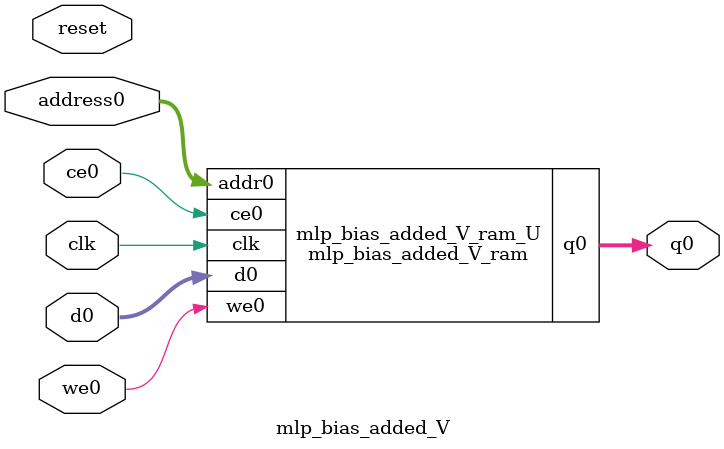
<source format=v>

`timescale 1 ns / 1 ps
module mlp_bias_added_V_ram (addr0, ce0, d0, we0, q0,  clk);

parameter DWIDTH = 18;
parameter AWIDTH = 9;
parameter MEM_SIZE = 401;

input[AWIDTH-1:0] addr0;
input ce0;
input[DWIDTH-1:0] d0;
input we0;
output reg[DWIDTH-1:0] q0;
input clk;

(* ram_style = "block" *)reg [DWIDTH-1:0] ram[0:MEM_SIZE-1];




always @(posedge clk)  
begin 
    if (ce0) 
    begin
        if (we0) 
        begin 
            ram[addr0] <= d0; 
            q0 <= d0;
        end 
        else 
            q0 <= ram[addr0];
    end
end


endmodule


`timescale 1 ns / 1 ps
module mlp_bias_added_V(
    reset,
    clk,
    address0,
    ce0,
    we0,
    d0,
    q0);

parameter DataWidth = 32'd18;
parameter AddressRange = 32'd401;
parameter AddressWidth = 32'd9;
input reset;
input clk;
input[AddressWidth - 1:0] address0;
input ce0;
input we0;
input[DataWidth - 1:0] d0;
output[DataWidth - 1:0] q0;



mlp_bias_added_V_ram mlp_bias_added_V_ram_U(
    .clk( clk ),
    .addr0( address0 ),
    .ce0( ce0 ),
    .we0( we0 ),
    .d0( d0 ),
    .q0( q0 ));

endmodule


</source>
